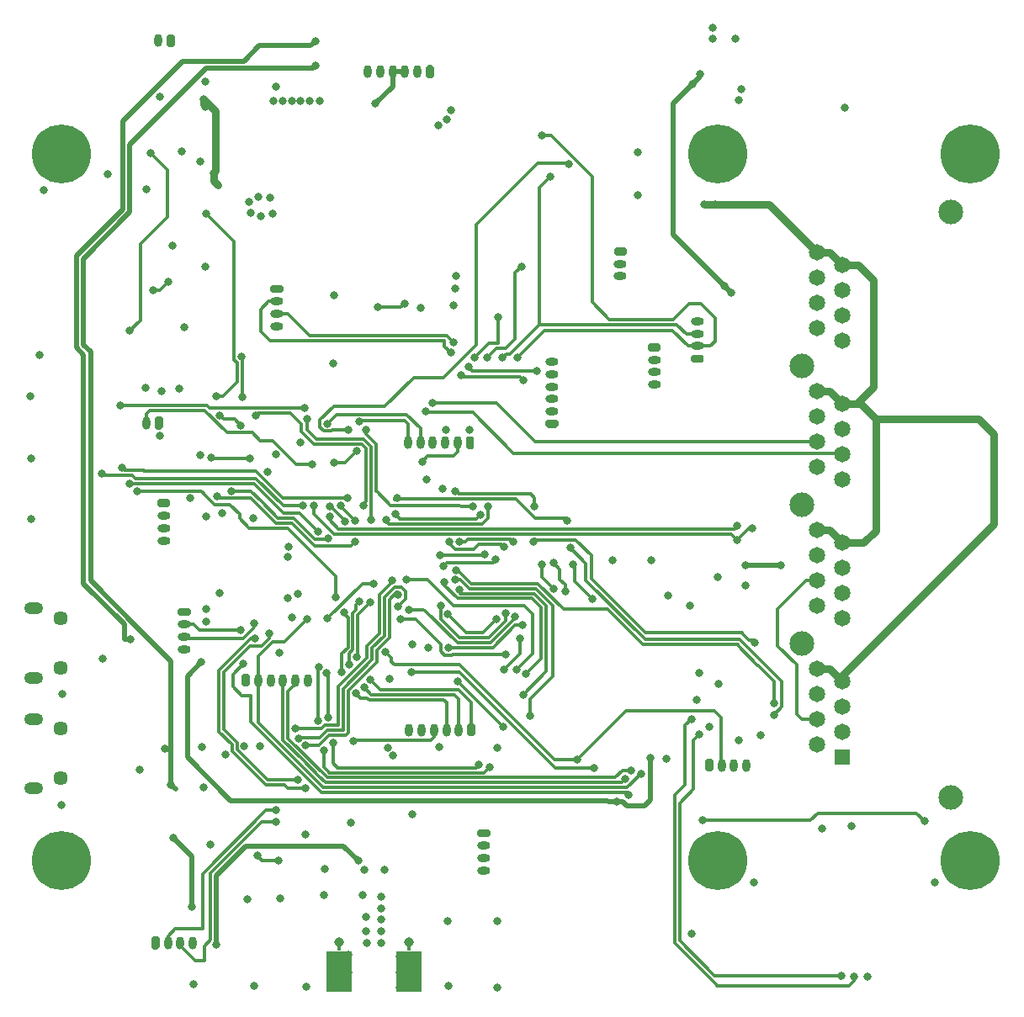
<source format=gbr>
G04 #@! TF.GenerationSoftware,KiCad,Pcbnew,(5.1.7)-1*
G04 #@! TF.CreationDate,2020-11-09T22:13:17+01:00*
G04 #@! TF.ProjectId,vario,76617269-6f2e-46b6-9963-61645f706362,v1.0*
G04 #@! TF.SameCoordinates,Original*
G04 #@! TF.FileFunction,Copper,L4,Bot*
G04 #@! TF.FilePolarity,Positive*
%FSLAX46Y46*%
G04 Gerber Fmt 4.6, Leading zero omitted, Abs format (unit mm)*
G04 Created by KiCad (PCBNEW (5.1.7)-1) date 2020-11-09 22:13:17*
%MOMM*%
%LPD*%
G01*
G04 APERTURE LIST*
G04 #@! TA.AperFunction,ComponentPad*
%ADD10C,5.940000*%
G04 #@! TD*
G04 #@! TA.AperFunction,ComponentPad*
%ADD11O,1.300000X0.800000*%
G04 #@! TD*
G04 #@! TA.AperFunction,ComponentPad*
%ADD12O,0.800000X1.300000*%
G04 #@! TD*
G04 #@! TA.AperFunction,SMDPad,CuDef*
%ADD13R,0.460000X0.890000*%
G04 #@! TD*
G04 #@! TA.AperFunction,ComponentPad*
%ADD14C,0.970000*%
G04 #@! TD*
G04 #@! TA.AperFunction,SMDPad,CuDef*
%ADD15R,2.665000X4.190000*%
G04 #@! TD*
G04 #@! TA.AperFunction,ComponentPad*
%ADD16O,1.900000X1.200000*%
G04 #@! TD*
G04 #@! TA.AperFunction,ComponentPad*
%ADD17C,1.450000*%
G04 #@! TD*
G04 #@! TA.AperFunction,ComponentPad*
%ADD18R,1.650000X1.650000*%
G04 #@! TD*
G04 #@! TA.AperFunction,ComponentPad*
%ADD19C,1.650000*%
G04 #@! TD*
G04 #@! TA.AperFunction,ComponentPad*
%ADD20C,2.475000*%
G04 #@! TD*
G04 #@! TA.AperFunction,ViaPad*
%ADD21C,0.800000*%
G04 #@! TD*
G04 #@! TA.AperFunction,Conductor*
%ADD22C,0.300000*%
G04 #@! TD*
G04 #@! TA.AperFunction,Conductor*
%ADD23C,0.750000*%
G04 #@! TD*
G04 #@! TA.AperFunction,Conductor*
%ADD24C,0.500000*%
G04 #@! TD*
G04 #@! TA.AperFunction,Conductor*
%ADD25C,0.261120*%
G04 #@! TD*
G04 APERTURE END LIST*
D10*
X200220000Y-119570000D03*
X200220000Y-48480000D03*
X134180000Y-119570000D03*
X225620000Y-119570000D03*
X225620000Y-48450000D03*
X134180000Y-48480000D03*
G04 #@! TA.AperFunction,ComponentPad*
G36*
G01*
X183940000Y-76050000D02*
X183040000Y-76050000D01*
G75*
G02*
X182840000Y-75850000I0J200000D01*
G01*
X182840000Y-75450000D01*
G75*
G02*
X183040000Y-75250000I200000J0D01*
G01*
X183940000Y-75250000D01*
G75*
G02*
X184140000Y-75450000I0J-200000D01*
G01*
X184140000Y-75850000D01*
G75*
G02*
X183940000Y-76050000I-200000J0D01*
G01*
G37*
G04 #@! TD.AperFunction*
D11*
X183490000Y-74400000D03*
X183490000Y-73150000D03*
X183490000Y-71900000D03*
X183490000Y-70650000D03*
X183490000Y-69400000D03*
D12*
X142702000Y-75570000D03*
G04 #@! TA.AperFunction,ComponentPad*
G36*
G01*
X144352000Y-75120000D02*
X144352000Y-76020000D01*
G75*
G02*
X144152000Y-76220000I-200000J0D01*
G01*
X143752000Y-76220000D01*
G75*
G02*
X143552000Y-76020000I0J200000D01*
G01*
X143552000Y-75120000D01*
G75*
G02*
X143752000Y-74920000I200000J0D01*
G01*
X144152000Y-74920000D01*
G75*
G02*
X144352000Y-75120000I0J-200000D01*
G01*
G37*
G04 #@! TD.AperFunction*
G04 #@! TA.AperFunction,ComponentPad*
G36*
G01*
X152290000Y-101900000D02*
X152290000Y-101000000D01*
G75*
G02*
X152490000Y-100800000I200000J0D01*
G01*
X152890000Y-100800000D01*
G75*
G02*
X153090000Y-101000000I0J-200000D01*
G01*
X153090000Y-101900000D01*
G75*
G02*
X152890000Y-102100000I-200000J0D01*
G01*
X152490000Y-102100000D01*
G75*
G02*
X152290000Y-101900000I0J200000D01*
G01*
G37*
G04 #@! TD.AperFunction*
X153940000Y-101450000D03*
X155190000Y-101450000D03*
X156440000Y-101450000D03*
X157690000Y-101450000D03*
X158940000Y-101450000D03*
G04 #@! TA.AperFunction,ComponentPad*
G36*
G01*
X143210000Y-128340000D02*
X143210000Y-127440000D01*
G75*
G02*
X143410000Y-127240000I200000J0D01*
G01*
X143810000Y-127240000D01*
G75*
G02*
X144010000Y-127440000I0J-200000D01*
G01*
X144010000Y-128340000D01*
G75*
G02*
X143810000Y-128540000I-200000J0D01*
G01*
X143410000Y-128540000D01*
G75*
G02*
X143210000Y-128340000I0J200000D01*
G01*
G37*
G04 #@! TD.AperFunction*
X144860000Y-127890000D03*
X146110000Y-127890000D03*
X147360000Y-127890000D03*
G04 #@! TA.AperFunction,ComponentPad*
G36*
G01*
X155370000Y-61670000D02*
X156270000Y-61670000D01*
G75*
G02*
X156470000Y-61870000I0J-200000D01*
G01*
X156470000Y-62270000D01*
G75*
G02*
X156270000Y-62470000I-200000J0D01*
G01*
X155370000Y-62470000D01*
G75*
G02*
X155170000Y-62270000I0J200000D01*
G01*
X155170000Y-61870000D01*
G75*
G02*
X155370000Y-61670000I200000J0D01*
G01*
G37*
G04 #@! TD.AperFunction*
D11*
X155820000Y-63320000D03*
X155820000Y-64570000D03*
X155820000Y-65820000D03*
G04 #@! TA.AperFunction,ComponentPad*
G36*
G01*
X145560000Y-36630000D02*
X145560000Y-37530000D01*
G75*
G02*
X145360000Y-37730000I-200000J0D01*
G01*
X144960000Y-37730000D01*
G75*
G02*
X144760000Y-37530000I0J200000D01*
G01*
X144760000Y-36630000D01*
G75*
G02*
X144960000Y-36430000I200000J0D01*
G01*
X145360000Y-36430000D01*
G75*
G02*
X145560000Y-36630000I0J-200000D01*
G01*
G37*
G04 #@! TD.AperFunction*
D12*
X143910000Y-37080000D03*
D11*
X176640000Y-120600000D03*
X176640000Y-119350000D03*
X176640000Y-118100000D03*
G04 #@! TA.AperFunction,ComponentPad*
G36*
G01*
X176190000Y-116450000D02*
X177090000Y-116450000D01*
G75*
G02*
X177290000Y-116650000I0J-200000D01*
G01*
X177290000Y-117050000D01*
G75*
G02*
X177090000Y-117250000I-200000J0D01*
G01*
X176190000Y-117250000D01*
G75*
G02*
X175990000Y-117050000I0J200000D01*
G01*
X175990000Y-116650000D01*
G75*
G02*
X176190000Y-116450000I200000J0D01*
G01*
G37*
G04 #@! TD.AperFunction*
G04 #@! TA.AperFunction,ComponentPad*
G36*
G01*
X146050000Y-94200000D02*
X146950000Y-94200000D01*
G75*
G02*
X147150000Y-94400000I0J-200000D01*
G01*
X147150000Y-94800000D01*
G75*
G02*
X146950000Y-95000000I-200000J0D01*
G01*
X146050000Y-95000000D01*
G75*
G02*
X145850000Y-94800000I0J200000D01*
G01*
X145850000Y-94400000D01*
G75*
G02*
X146050000Y-94200000I200000J0D01*
G01*
G37*
G04 #@! TD.AperFunction*
X146500000Y-95850000D03*
X146500000Y-97100000D03*
X146500000Y-98350000D03*
X193810000Y-71700000D03*
X193810000Y-70450000D03*
X193810000Y-69200000D03*
G04 #@! TA.AperFunction,ComponentPad*
G36*
G01*
X193360000Y-67550000D02*
X194260000Y-67550000D01*
G75*
G02*
X194460000Y-67750000I0J-200000D01*
G01*
X194460000Y-68150000D01*
G75*
G02*
X194260000Y-68350000I-200000J0D01*
G01*
X193360000Y-68350000D01*
G75*
G02*
X193160000Y-68150000I0J200000D01*
G01*
X193160000Y-67750000D01*
G75*
G02*
X193360000Y-67550000I200000J0D01*
G01*
G37*
G04 #@! TD.AperFunction*
G04 #@! TA.AperFunction,ComponentPad*
G36*
G01*
X189940000Y-57890000D02*
X190840000Y-57890000D01*
G75*
G02*
X191040000Y-58090000I0J-200000D01*
G01*
X191040000Y-58490000D01*
G75*
G02*
X190840000Y-58690000I-200000J0D01*
G01*
X189940000Y-58690000D01*
G75*
G02*
X189740000Y-58490000I0J200000D01*
G01*
X189740000Y-58090000D01*
G75*
G02*
X189940000Y-57890000I200000J0D01*
G01*
G37*
G04 #@! TD.AperFunction*
X190390000Y-59540000D03*
X190390000Y-60790000D03*
G04 #@! TA.AperFunction,ComponentPad*
G36*
G01*
X198580000Y-69480000D02*
X197680000Y-69480000D01*
G75*
G02*
X197480000Y-69280000I0J200000D01*
G01*
X197480000Y-68880000D01*
G75*
G02*
X197680000Y-68680000I200000J0D01*
G01*
X198580000Y-68680000D01*
G75*
G02*
X198780000Y-68880000I0J-200000D01*
G01*
X198780000Y-69280000D01*
G75*
G02*
X198580000Y-69480000I-200000J0D01*
G01*
G37*
G04 #@! TD.AperFunction*
X198130000Y-67830000D03*
X198130000Y-66580000D03*
X198130000Y-65330000D03*
D12*
X169130000Y-106440000D03*
X170380000Y-106440000D03*
X171630000Y-106440000D03*
X172880000Y-106440000D03*
X174130000Y-106440000D03*
G04 #@! TA.AperFunction,ComponentPad*
G36*
G01*
X175780000Y-105990000D02*
X175780000Y-106890000D01*
G75*
G02*
X175580000Y-107090000I-200000J0D01*
G01*
X175180000Y-107090000D01*
G75*
G02*
X174980000Y-106890000I0J200000D01*
G01*
X174980000Y-105990000D01*
G75*
G02*
X175180000Y-105790000I200000J0D01*
G01*
X175580000Y-105790000D01*
G75*
G02*
X175780000Y-105990000I0J-200000D01*
G01*
G37*
G04 #@! TD.AperFunction*
X164970000Y-40200000D03*
X166220000Y-40200000D03*
X167470000Y-40200000D03*
X168720000Y-40200000D03*
X169970000Y-40200000D03*
G04 #@! TA.AperFunction,ComponentPad*
G36*
G01*
X171620000Y-39750000D02*
X171620000Y-40650000D01*
G75*
G02*
X171420000Y-40850000I-200000J0D01*
G01*
X171020000Y-40850000D01*
G75*
G02*
X170820000Y-40650000I0J200000D01*
G01*
X170820000Y-39750000D01*
G75*
G02*
X171020000Y-39550000I200000J0D01*
G01*
X171420000Y-39550000D01*
G75*
G02*
X171620000Y-39750000I0J-200000D01*
G01*
G37*
G04 #@! TD.AperFunction*
X203070000Y-110000000D03*
X201820000Y-110000000D03*
X200570000Y-110000000D03*
G04 #@! TA.AperFunction,ComponentPad*
G36*
G01*
X198920000Y-110450000D02*
X198920000Y-109550000D01*
G75*
G02*
X199120000Y-109350000I200000J0D01*
G01*
X199520000Y-109350000D01*
G75*
G02*
X199720000Y-109550000I0J-200000D01*
G01*
X199720000Y-110450000D01*
G75*
G02*
X199520000Y-110650000I-200000J0D01*
G01*
X199120000Y-110650000D01*
G75*
G02*
X198920000Y-110450000I0J200000D01*
G01*
G37*
G04 #@! TD.AperFunction*
D11*
X144440000Y-87390000D03*
X144440000Y-86140000D03*
X144440000Y-84890000D03*
G04 #@! TA.AperFunction,ComponentPad*
G36*
G01*
X143990000Y-83240000D02*
X144890000Y-83240000D01*
G75*
G02*
X145090000Y-83440000I0J-200000D01*
G01*
X145090000Y-83840000D01*
G75*
G02*
X144890000Y-84040000I-200000J0D01*
G01*
X143990000Y-84040000D01*
G75*
G02*
X143790000Y-83840000I0J200000D01*
G01*
X143790000Y-83440000D01*
G75*
G02*
X143990000Y-83240000I200000J0D01*
G01*
G37*
G04 #@! TD.AperFunction*
G04 #@! TA.AperFunction,ComponentPad*
G36*
G01*
X175660000Y-77100000D02*
X175660000Y-78000000D01*
G75*
G02*
X175460000Y-78200000I-200000J0D01*
G01*
X175060000Y-78200000D01*
G75*
G02*
X174860000Y-78000000I0J200000D01*
G01*
X174860000Y-77100000D01*
G75*
G02*
X175060000Y-76900000I200000J0D01*
G01*
X175460000Y-76900000D01*
G75*
G02*
X175660000Y-77100000I0J-200000D01*
G01*
G37*
G04 #@! TD.AperFunction*
D12*
X174010000Y-77550000D03*
X172760000Y-77550000D03*
X171510000Y-77550000D03*
X170260000Y-77550000D03*
X169010000Y-77550000D03*
D13*
X169072500Y-128280000D03*
D14*
X169072500Y-127835000D03*
D15*
X162087500Y-130820000D03*
X169072500Y-130820000D03*
D14*
X162087500Y-127835000D03*
D13*
X162087500Y-128280000D03*
D16*
X131372500Y-112340000D03*
X131372500Y-105340000D03*
D17*
X134072500Y-111340000D03*
X134072500Y-106340000D03*
X134062500Y-95210000D03*
X134062500Y-100210000D03*
D16*
X131362500Y-94210000D03*
X131362500Y-101210000D03*
D18*
X212730000Y-109200000D03*
D19*
X210190000Y-107930000D03*
X212730000Y-106660000D03*
X210190000Y-105390000D03*
X212730000Y-104120000D03*
X210190000Y-102850000D03*
X212730000Y-101580000D03*
X210190000Y-100310000D03*
X212730000Y-95230000D03*
X210190000Y-93960000D03*
X212730000Y-92690000D03*
X210190000Y-91420000D03*
X212730000Y-90150000D03*
X210190000Y-88880000D03*
X212730000Y-87610000D03*
X210190000Y-86340000D03*
X212730000Y-81260000D03*
X210190000Y-79990000D03*
X212730000Y-78720000D03*
X210190000Y-77450000D03*
X212730000Y-76180000D03*
X210190000Y-74910000D03*
X212730000Y-73640000D03*
X210190000Y-72370000D03*
X212730000Y-67290000D03*
X210190000Y-66020000D03*
X212730000Y-64750000D03*
X210190000Y-63480000D03*
X212730000Y-62210000D03*
X210190000Y-60940000D03*
X212730000Y-59670000D03*
X210190000Y-58400000D03*
D20*
X223650000Y-113260000D03*
X208670000Y-97770000D03*
X208670000Y-83800000D03*
X208670000Y-69830000D03*
X223650000Y-54340000D03*
D21*
X156120000Y-123420000D03*
X152880000Y-123480000D03*
X162960000Y-132380000D03*
X162970000Y-130830000D03*
X162990000Y-129120000D03*
X168160000Y-132390000D03*
X168160000Y-130900000D03*
X168170000Y-129220000D03*
X156050000Y-98690000D03*
X171040000Y-98170000D03*
X172530000Y-82210000D03*
X152550000Y-108050000D03*
X169450000Y-114990000D03*
X161560000Y-62670000D03*
X161450000Y-69560000D03*
X144230000Y-72360000D03*
X145990000Y-72080000D03*
X172800000Y-76280000D03*
X155699668Y-78740332D03*
X167530000Y-109060000D03*
X167020000Y-108280000D03*
X148100000Y-78800000D03*
X164630000Y-120510000D03*
X166673900Y-120536100D03*
X164490000Y-123060000D03*
X166340000Y-123230000D03*
X166340000Y-124470000D03*
X164820000Y-125310000D03*
X166350000Y-125520000D03*
X164810000Y-126720000D03*
X166320000Y-126740000D03*
X164840000Y-127940000D03*
X166320000Y-127940000D03*
X173050000Y-132260000D03*
X178020000Y-132350000D03*
X178030000Y-125700000D03*
X158740000Y-132280000D03*
X153560000Y-132220000D03*
X147420000Y-132070000D03*
X148280000Y-108190000D03*
X178020000Y-108300000D03*
X172120000Y-108180000D03*
X160580000Y-123100000D03*
X160640000Y-120420000D03*
X142590000Y-72020000D03*
X153030000Y-53290000D03*
X153170000Y-54380000D03*
X153980000Y-52810000D03*
X154190000Y-54780000D03*
X155380000Y-54520000D03*
X155100000Y-52900000D03*
X144010000Y-42690000D03*
X146225000Y-48265000D03*
X148150000Y-49230000D03*
X155700000Y-41700000D03*
X173300000Y-44100000D03*
X172900000Y-45000000D03*
X170300000Y-64000000D03*
X172110000Y-45610000D03*
X156875874Y-93192628D03*
X150050000Y-92640000D03*
X156990331Y-88049669D03*
X150275267Y-84610946D03*
X148690000Y-95520000D03*
X148700000Y-84940000D03*
X201930000Y-36870000D03*
X173870000Y-60790000D03*
X189600000Y-89380000D03*
X148610000Y-41190000D03*
X203000000Y-91920000D03*
X200160000Y-91040000D03*
X195220000Y-92970000D03*
X197590000Y-126970000D03*
X198280000Y-100700000D03*
X199680000Y-36860000D03*
X199700000Y-35810000D03*
X202590000Y-41930000D03*
X202300000Y-43100000D03*
X132400000Y-52140000D03*
X142720000Y-52080000D03*
X131940000Y-68700000D03*
X146540000Y-65950000D03*
X145320000Y-57720000D03*
X192120000Y-48280000D03*
X134220000Y-102880000D03*
X134170000Y-114050000D03*
X142040000Y-110500000D03*
X138297888Y-99287888D03*
X149150000Y-118000000D03*
X148460000Y-112250000D03*
X163300000Y-115820000D03*
X158730000Y-116960000D03*
X172960000Y-125660000D03*
X195020000Y-109340000D03*
X199340000Y-106170000D03*
X202280000Y-107530000D03*
X204470000Y-106960000D03*
X222010000Y-121820000D03*
X210670000Y-116390000D03*
X203788019Y-121841894D03*
X215220000Y-131310000D03*
X198030000Y-103400000D03*
X131030000Y-72850000D03*
X131080000Y-79170000D03*
X131100000Y-85240000D03*
X200240000Y-101860000D03*
X154160000Y-108110000D03*
X157360000Y-95160000D03*
X170890000Y-81220000D03*
X167170000Y-101290000D03*
X169440000Y-97860000D03*
X158190000Y-77550000D03*
X144010000Y-76820000D03*
X175240000Y-76270000D03*
X173620000Y-63710000D03*
X154870000Y-80500000D03*
X160100000Y-43190000D03*
X159150000Y-43190000D03*
X158220000Y-43190000D03*
X157330000Y-43190000D03*
X156410000Y-43190000D03*
X155490000Y-43190000D03*
X212990000Y-43840000D03*
X157890000Y-92780000D03*
X153456342Y-85119716D03*
X156910000Y-89050000D03*
X147120000Y-83150000D03*
X173730000Y-62050000D03*
X193460000Y-89390000D03*
X148655000Y-59825000D03*
X138830000Y-50520000D03*
X192120000Y-52670000D03*
X150617660Y-108928444D03*
X197350000Y-93950500D03*
X213630000Y-116110000D03*
X160920000Y-75630000D03*
X153110000Y-79100000D03*
X149230000Y-79040000D03*
X149430000Y-50460000D03*
X148470000Y-42940000D03*
X149860000Y-51640000D03*
X148630000Y-43760000D03*
X148720000Y-94310000D03*
X193370000Y-109260000D03*
X201550000Y-62470000D03*
X198380000Y-40480000D03*
X197635000Y-41425000D03*
X200865000Y-61785000D03*
X202960000Y-89870000D03*
X206490000Y-89890000D03*
X190010000Y-113640000D03*
X148230000Y-99640000D03*
X140960000Y-81650000D03*
X159980000Y-86490000D03*
X143080000Y-48360000D03*
X141020000Y-66300000D03*
X165720000Y-43440000D03*
X165976500Y-63897500D03*
X168643500Y-63516500D03*
X159680000Y-37140000D03*
X141080000Y-97360000D03*
X145160000Y-111960000D03*
X159700000Y-39620000D03*
X144576377Y-108370455D03*
X158570000Y-74030000D03*
X140040000Y-73780000D03*
X158470000Y-83900000D03*
X138210000Y-80640000D03*
X162960000Y-83150000D03*
X140200000Y-80050000D03*
X159400000Y-79760000D03*
X199940000Y-53570000D03*
X198840000Y-53570000D03*
X171459249Y-73510751D03*
X170818500Y-74390000D03*
X158890000Y-95280000D03*
X192455331Y-110874669D03*
X152460331Y-99830331D03*
X191237116Y-112991137D03*
X190834674Y-111434664D03*
X191440000Y-110520000D03*
X168040000Y-94000000D03*
X155770000Y-114560000D03*
X157996708Y-107301807D03*
X167990000Y-92830000D03*
X155760000Y-115690000D03*
X158703816Y-108008914D03*
X178649846Y-87990010D03*
X173135331Y-87494669D03*
X173300000Y-68500000D03*
X174207288Y-87490000D03*
X179619989Y-87490000D03*
X173588062Y-67477500D03*
X173050000Y-98170000D03*
X180570000Y-95920000D03*
X185630000Y-89820000D03*
X187555000Y-93265000D03*
X173040000Y-94834164D03*
X177932891Y-95322207D03*
X169080000Y-94360000D03*
X179810000Y-95030000D03*
X183640000Y-89650000D03*
X184891307Y-92488050D03*
X172290000Y-93920000D03*
X178862581Y-94710000D03*
X182490001Y-89770001D03*
X183696011Y-92263989D03*
X161460331Y-107729980D03*
X158660000Y-112350000D03*
X176170000Y-109990000D03*
X153640000Y-97260000D03*
X180620000Y-71230000D03*
X174370000Y-70760000D03*
X157890000Y-111510000D03*
X160580000Y-108550000D03*
X177210000Y-110210000D03*
X155050000Y-96710000D03*
X175080000Y-69900000D03*
X182010000Y-70310000D03*
X152190000Y-96371247D03*
X153550000Y-95730000D03*
X161110000Y-85000000D03*
X202140000Y-85930000D03*
X198300000Y-106920000D03*
X212640000Y-131240000D03*
X159530000Y-83875597D03*
X202110000Y-87330000D03*
X203620000Y-86120000D03*
X197560000Y-105340000D03*
X213930000Y-131310000D03*
X172580000Y-89960000D03*
X177850000Y-89310000D03*
X179991103Y-68981113D03*
X182510000Y-46600000D03*
X172220000Y-88860000D03*
X176740000Y-88750000D03*
X178520000Y-68977500D03*
X183330000Y-50750000D03*
X160810000Y-100730000D03*
X160950000Y-105229959D03*
X160030132Y-100104053D03*
X159990000Y-105520000D03*
X163530000Y-107570000D03*
X162620331Y-94590331D03*
X162330000Y-100623219D03*
X163772037Y-102788624D03*
X164075526Y-93556188D03*
X163080000Y-99837152D03*
X164581053Y-102200835D03*
X165230000Y-93650000D03*
X163830000Y-99130000D03*
X165230000Y-101440000D03*
X169390000Y-100650000D03*
X187751500Y-110291500D03*
X166772931Y-98647945D03*
X186050000Y-109480000D03*
X162210000Y-83875597D03*
X163690000Y-85440000D03*
X163700000Y-87490000D03*
X149809825Y-82920175D03*
X161121235Y-84000061D03*
X162638083Y-85489990D03*
X160954224Y-87184886D03*
X151230000Y-82400000D03*
X170468025Y-79431313D03*
X164118989Y-75450040D03*
X152190000Y-75800000D03*
X150091500Y-74780000D03*
X149741498Y-72910000D03*
X148740000Y-54510000D03*
X164550000Y-83900000D03*
X153710000Y-74780000D03*
X152331109Y-72958891D03*
X152270000Y-68850000D03*
X143379980Y-62230000D03*
X144879980Y-61360000D03*
X165300000Y-85290000D03*
X158827199Y-75127858D03*
X164020000Y-119630000D03*
X149750000Y-128100000D03*
X161750000Y-93090000D03*
X141766082Y-82400000D03*
X180910000Y-100800000D03*
X172700000Y-91590000D03*
X174207288Y-92340000D03*
X180579980Y-102900000D03*
X173750000Y-91350000D03*
X181320000Y-105080000D03*
X198628000Y-115570000D03*
X220980000Y-115640000D03*
X181620000Y-87490000D03*
X161540000Y-79532954D03*
X163820000Y-78410010D03*
X164780000Y-76250000D03*
X181740000Y-83989960D03*
X173775331Y-82394669D03*
X175530000Y-83949999D03*
X203930000Y-97640000D03*
X179920000Y-100407500D03*
X168820000Y-91340000D03*
X166800001Y-85280000D03*
X180430000Y-59790000D03*
X177100000Y-83949999D03*
X176960000Y-68990000D03*
X167730000Y-84760000D03*
X178070000Y-64890000D03*
X176320000Y-84780000D03*
X175740000Y-68977500D03*
X167386190Y-91370733D03*
X155990000Y-119570000D03*
X157690010Y-106350000D03*
X153870000Y-119120000D03*
X163040000Y-76270000D03*
X185210000Y-49530000D03*
X160900000Y-95250000D03*
X165580000Y-91720000D03*
X168239998Y-95310000D03*
X178840000Y-98820000D03*
X180260000Y-97250000D03*
X178670000Y-100407500D03*
X178579970Y-106160000D03*
X174014258Y-101574258D03*
X173855294Y-90355557D03*
X205890000Y-103760000D03*
X167890000Y-83090000D03*
X185330000Y-88120000D03*
X185060000Y-85360000D03*
X205820000Y-104970000D03*
X147290000Y-124240000D03*
X145400000Y-117330000D03*
D22*
X172760000Y-76320000D02*
X172800000Y-76280000D01*
X161849961Y-74700039D02*
X168880039Y-74700039D01*
X160920000Y-75630000D02*
X161849961Y-74700039D01*
X170260000Y-76080000D02*
X170260000Y-77550000D01*
X168880039Y-74700039D02*
X170260000Y-76080000D01*
X149290000Y-79100000D02*
X149230000Y-79040000D01*
X153110000Y-79100000D02*
X149290000Y-79100000D01*
D23*
X149430000Y-50460000D02*
X149670000Y-50220000D01*
X149670000Y-44140000D02*
X148470000Y-42940000D01*
X149670000Y-50220000D02*
X149670000Y-44140000D01*
X149430000Y-51210000D02*
X149860000Y-51640000D01*
X149430000Y-50460000D02*
X149430000Y-51210000D01*
X148470000Y-43530000D02*
X148620000Y-43680000D01*
X148470000Y-42940000D02*
X148470000Y-43530000D01*
D24*
X195680000Y-56600000D02*
X195680000Y-43380000D01*
X198380000Y-40680000D02*
X198380000Y-40480000D01*
X197635000Y-41425000D02*
X198380000Y-40680000D01*
X195680000Y-43380000D02*
X197635000Y-41425000D01*
X200865000Y-61785000D02*
X195680000Y-56600000D01*
X201550000Y-62470000D02*
X200865000Y-61785000D01*
X206470000Y-89870000D02*
X206490000Y-89890000D01*
X202960000Y-89870000D02*
X206470000Y-89870000D01*
X192799999Y-114070001D02*
X193389001Y-113480999D01*
X193389001Y-109279001D02*
X193370000Y-109260000D01*
X191011999Y-114070001D02*
X192799999Y-114070001D01*
X190581998Y-113640000D02*
X191011999Y-114070001D01*
X193389001Y-113480999D02*
X193389001Y-109279001D01*
X151180000Y-113610000D02*
X189120000Y-113610000D01*
X146800000Y-102540000D02*
X146800000Y-109230000D01*
X189120000Y-113610000D02*
X189150000Y-113640000D01*
X146800000Y-109230000D02*
X151180000Y-113610000D01*
X190010000Y-113640000D02*
X190581998Y-113640000D01*
X189150000Y-113640000D02*
X190010000Y-113640000D01*
X146800000Y-101070000D02*
X148230000Y-99640000D01*
X146800000Y-102540000D02*
X146800000Y-101070000D01*
D22*
X144690000Y-81650000D02*
X140960000Y-81650000D01*
X144834309Y-81650000D02*
X144690000Y-81650000D01*
X159980000Y-86490000D02*
X158115627Y-84625627D01*
X158115627Y-84625627D02*
X156471385Y-84625627D01*
X153495758Y-81650000D02*
X144690000Y-81650000D01*
X156471385Y-84625627D02*
X153495758Y-81650000D01*
X144780000Y-50060000D02*
X143080000Y-48360000D01*
X144780000Y-54870000D02*
X144780000Y-50060000D01*
X142110000Y-65210000D02*
X142110000Y-57540000D01*
X142110000Y-57540000D02*
X144780000Y-54870000D01*
X141020000Y-66300000D02*
X142110000Y-65210000D01*
D24*
X168720000Y-40200000D02*
X167470000Y-40200000D01*
X167470000Y-41690000D02*
X167470000Y-40200000D01*
X165720000Y-43440000D02*
X167470000Y-41690000D01*
D22*
X168262500Y-63897500D02*
X168643500Y-63516500D01*
X165976500Y-63897500D02*
X168262500Y-63897500D01*
D24*
X154030000Y-37600000D02*
X159220000Y-37600000D01*
X135629992Y-58740046D02*
X140299990Y-54070048D01*
X159220000Y-37600000D02*
X159680000Y-37140000D01*
X135629992Y-67959954D02*
X135629992Y-58740046D01*
X136379999Y-68709961D02*
X135629992Y-67959954D01*
X136379999Y-91719999D02*
X136379999Y-68709961D01*
X152500010Y-39129990D02*
X154030000Y-37600000D01*
X140481838Y-95821838D02*
X136379999Y-91719999D01*
X140481838Y-97360000D02*
X140481838Y-95821838D01*
X141080000Y-97360000D02*
X140481838Y-97360000D01*
X146312008Y-39129990D02*
X152500010Y-39129990D01*
X140299990Y-45142008D02*
X146312008Y-39129990D01*
X140299990Y-54070048D02*
X140299990Y-45142008D01*
X145631838Y-112431838D02*
X145160000Y-111960000D01*
X144615922Y-108410000D02*
X145160000Y-108410000D01*
X144576377Y-108370455D02*
X144615922Y-108410000D01*
X145160000Y-108410000D02*
X145160000Y-111960000D01*
X159490000Y-39830000D02*
X159700000Y-39620000D01*
X148730000Y-39830000D02*
X159490000Y-39830000D01*
X141000000Y-54360000D02*
X141000000Y-47560000D01*
X141000000Y-47560000D02*
X148730000Y-39830000D01*
X136330000Y-67670000D02*
X136330000Y-59030000D01*
X137080009Y-68420008D02*
X136330000Y-67670000D01*
X141930001Y-96280039D02*
X137080009Y-91430047D01*
X137080009Y-91430047D02*
X137080009Y-68420008D01*
X141930001Y-96310001D02*
X141930001Y-96280039D01*
X145160000Y-99540000D02*
X141930001Y-96310001D01*
X136330000Y-59030000D02*
X141000000Y-54360000D01*
X145160000Y-108410000D02*
X145160000Y-99540000D01*
D22*
X158570000Y-74030000D02*
X149050002Y-74030000D01*
X148819992Y-73799990D02*
X140059990Y-73799990D01*
X140059990Y-73799990D02*
X140040000Y-73780000D01*
X149050002Y-74030000D02*
X148819992Y-73799990D01*
X141280002Y-80860000D02*
X139813664Y-80860000D01*
X153702868Y-81149990D02*
X141569992Y-81149990D01*
X156452878Y-83900000D02*
X153702868Y-81149990D01*
X141569992Y-81149990D02*
X141280002Y-80860000D01*
X158470000Y-83900000D02*
X156452878Y-83900000D01*
X138430000Y-80860000D02*
X138210000Y-80640000D01*
X139813664Y-80860000D02*
X138430000Y-80860000D01*
X162935597Y-83125597D02*
X156745597Y-83125597D01*
X162960000Y-83150000D02*
X162935597Y-83125597D01*
X153659998Y-80400000D02*
X142460000Y-80400000D01*
X156385595Y-83125597D02*
X153659998Y-80400000D01*
X156745597Y-83125597D02*
X156385595Y-83125597D01*
X140509990Y-80359990D02*
X140200000Y-80050000D01*
X142419990Y-80359990D02*
X140509990Y-80359990D01*
X142460000Y-80400000D02*
X142419990Y-80359990D01*
X157779998Y-79760000D02*
X155399997Y-77379999D01*
X159400000Y-79760000D02*
X157779998Y-79760000D01*
X153330001Y-76550001D02*
X150790001Y-76550001D01*
X154159999Y-77379999D02*
X153330001Y-76550001D01*
X155399997Y-77379999D02*
X154159999Y-77379999D01*
X150790001Y-76550001D02*
X148540000Y-74300000D01*
X148540000Y-74300000D02*
X143060000Y-74300000D01*
X142702000Y-74658000D02*
X142702000Y-75570000D01*
X143060000Y-74300000D02*
X142702000Y-74658000D01*
D23*
X205360000Y-53570000D02*
X210190000Y-58400000D01*
X199940000Y-53570000D02*
X205360000Y-53570000D01*
X211460000Y-58400000D02*
X212730000Y-59670000D01*
X210190000Y-58400000D02*
X211460000Y-58400000D01*
D24*
X212730000Y-59670000D02*
X213320000Y-59670000D01*
D23*
X212730000Y-59670000D02*
X214300000Y-59670000D01*
X214300000Y-59670000D02*
X215850000Y-61220000D01*
X215850000Y-61220000D02*
X215850000Y-71970000D01*
X214180000Y-73640000D02*
X212730000Y-73640000D01*
X215850000Y-71970000D02*
X214180000Y-73640000D01*
X211460000Y-72370000D02*
X212730000Y-73640000D01*
X210190000Y-72370000D02*
X211460000Y-72370000D01*
X214180000Y-73640000D02*
X214580000Y-73640000D01*
X214580000Y-73640000D02*
X216070000Y-75130000D01*
X216070000Y-75130000D02*
X216070000Y-86390000D01*
X214850000Y-87610000D02*
X212730000Y-87610000D01*
X216070000Y-86390000D02*
X214850000Y-87610000D01*
X211460000Y-86340000D02*
X212730000Y-87610000D01*
X210190000Y-86340000D02*
X211460000Y-86340000D01*
X211460000Y-100310000D02*
X212730000Y-101580000D01*
X210190000Y-100310000D02*
X211460000Y-100310000D01*
X217410000Y-75130000D02*
X216070000Y-75130000D01*
X212730000Y-100950000D02*
X227980000Y-85700000D01*
X212730000Y-101580000D02*
X212730000Y-100950000D01*
X199940000Y-53570000D02*
X198840000Y-53570000D01*
X227980000Y-85700000D02*
X227980000Y-76660000D01*
X226450000Y-75130000D02*
X217410000Y-75130000D01*
X227980000Y-76660000D02*
X226450000Y-75130000D01*
D22*
X210190000Y-91420000D02*
X209100000Y-91420000D01*
X209100000Y-91420000D02*
X206230000Y-94290000D01*
X206230000Y-94290000D02*
X206230000Y-98010000D01*
X206230000Y-98010000D02*
X208130000Y-99910000D01*
X208130000Y-99910000D02*
X208130000Y-104890000D01*
X208630000Y-105390000D02*
X210190000Y-105390000D01*
X208130000Y-104890000D02*
X208630000Y-105390000D01*
X181820000Y-77450000D02*
X210190000Y-77450000D01*
X177880751Y-73510751D02*
X181820000Y-77450000D01*
X171459249Y-73510751D02*
X177880751Y-73510751D01*
X170948500Y-74520000D02*
X170818500Y-74390000D01*
X175530000Y-74520000D02*
X170948500Y-74520000D01*
X212635001Y-78625001D02*
X212730000Y-78720000D01*
X179635001Y-78625001D02*
X212635001Y-78625001D01*
X175530000Y-74520000D02*
X179635001Y-78625001D01*
X158890000Y-95280000D02*
X156580000Y-97590000D01*
X156580000Y-97590000D02*
X155420000Y-97590000D01*
X153940000Y-99070000D02*
X153940000Y-101450000D01*
X155420000Y-97590000D02*
X153940000Y-99070000D01*
X153940000Y-105720000D02*
X153940000Y-101450000D01*
X159850000Y-111630000D02*
X153940000Y-105720000D01*
X159850000Y-111630000D02*
X160479990Y-112259990D01*
X160479990Y-112259990D02*
X161840000Y-112259990D01*
X161840000Y-112259990D02*
X187820000Y-112259990D01*
X187820000Y-112259990D02*
X188590008Y-112259990D01*
X191070010Y-112259990D02*
X192455331Y-110874669D01*
X188590008Y-112259990D02*
X191070010Y-112259990D01*
X188900000Y-112760000D02*
X160272880Y-112760000D01*
X153190000Y-105677120D02*
X153190000Y-103007288D01*
X160272880Y-112760000D02*
X153190000Y-105677120D01*
X153190000Y-103007288D02*
X152287288Y-103007288D01*
X152287288Y-103007288D02*
X151370000Y-102090000D01*
X151370000Y-100920662D02*
X152460331Y-99830331D01*
X151370000Y-102090000D02*
X151370000Y-100920662D01*
X188900000Y-112760000D02*
X189210000Y-112760000D01*
X189210000Y-112760000D02*
X190960000Y-112760000D01*
X191005979Y-112760000D02*
X191237116Y-112991137D01*
X190960000Y-112760000D02*
X191005979Y-112760000D01*
X156440000Y-107512880D02*
X158407120Y-109480000D01*
X156440000Y-101450000D02*
X156440000Y-107512880D01*
X158407120Y-109480000D02*
X160057112Y-111129992D01*
X160057112Y-111129992D02*
X160687100Y-111759980D01*
X160687100Y-111759980D02*
X188382898Y-111759980D01*
X188382898Y-111759980D02*
X190530000Y-111759980D01*
X190530000Y-111739338D02*
X190834674Y-111434664D01*
X190530000Y-111759980D02*
X190530000Y-111739338D01*
X157690000Y-101840000D02*
X157690000Y-101450000D01*
X156940010Y-107305770D02*
X156940010Y-102589990D01*
X188140030Y-111259970D02*
X160894210Y-111259970D01*
X156940010Y-102589990D02*
X157690000Y-101840000D01*
X160894210Y-111259970D02*
X156940010Y-107305770D01*
X188140030Y-111259970D02*
X189880030Y-111259970D01*
X190620000Y-110520000D02*
X191440000Y-110520000D01*
X189880030Y-111259970D02*
X190620000Y-110520000D01*
X168040000Y-94000000D02*
X168740001Y-93299999D01*
X166619990Y-96983764D02*
X165399990Y-98203764D01*
X168740001Y-93299999D02*
X168740001Y-92469999D01*
X158068515Y-107230000D02*
X157996708Y-107301807D01*
X168740001Y-92469999D02*
X168350001Y-92079999D01*
X160862911Y-106479969D02*
X160112880Y-107230000D01*
X168350001Y-92079999D02*
X167629999Y-92079999D01*
X167629999Y-92079999D02*
X166619990Y-93090008D01*
X165399990Y-98203764D02*
X165399990Y-99392890D01*
X166619990Y-93090008D02*
X166619990Y-96983764D01*
X165399990Y-99392890D02*
X162489990Y-102302890D01*
X162489990Y-106479969D02*
X160862911Y-106479969D01*
X162489990Y-102302890D02*
X162489990Y-106479969D01*
X160112880Y-107230000D02*
X158068515Y-107230000D01*
X154744338Y-114560000D02*
X148350000Y-120954338D01*
X155770000Y-114560000D02*
X154744338Y-114560000D01*
X145569999Y-126480001D02*
X148340001Y-126480001D01*
X144860000Y-127190000D02*
X145569999Y-126480001D01*
X148340001Y-126480001D02*
X148350000Y-126490000D01*
X148350000Y-120954338D02*
X148350000Y-126490000D01*
X144860000Y-127890000D02*
X144860000Y-127190000D01*
X167970000Y-92830000D02*
X167990000Y-92830000D01*
X160041086Y-108008914D02*
X158703816Y-108008914D01*
X161070021Y-106979979D02*
X160041086Y-108008914D01*
X162719979Y-106979979D02*
X161070021Y-106979979D01*
X162990000Y-106709958D02*
X162719979Y-106979979D01*
X165900000Y-99600000D02*
X162990000Y-102510000D01*
X165900000Y-98410874D02*
X165900000Y-99600000D01*
X162990000Y-102510000D02*
X162990000Y-106709958D01*
X167120000Y-93320000D02*
X167120000Y-97190874D01*
X167120000Y-97190874D02*
X165900000Y-98410874D01*
X167859991Y-92580009D02*
X167120000Y-93320000D01*
X167859991Y-92699991D02*
X167859991Y-92580009D01*
X167990000Y-92830000D02*
X167859991Y-92699991D01*
X149149990Y-127590008D02*
X148999999Y-127739999D01*
X154321458Y-115690000D02*
X149149990Y-120861468D01*
X155760000Y-115690000D02*
X154321458Y-115690000D01*
X146110000Y-127890000D02*
X146110000Y-128180000D01*
X146110000Y-128180000D02*
X147570000Y-129640000D01*
X147570000Y-129640000D02*
X148510000Y-129640000D01*
X148510000Y-128199980D02*
X149149990Y-127559990D01*
X148510000Y-129640000D02*
X148510000Y-128199980D01*
X149149990Y-127559990D02*
X149149990Y-127590008D01*
X149149990Y-120861468D02*
X149149990Y-127559990D01*
X178399856Y-87740020D02*
X178649846Y-87990010D01*
X176109980Y-87740020D02*
X178399856Y-87740020D01*
X173740001Y-88240001D02*
X173030000Y-87530000D01*
X175609999Y-88240001D02*
X173740001Y-88240001D01*
X176109980Y-87740020D02*
X175609999Y-88240001D01*
X155000000Y-63320000D02*
X155820000Y-63320000D01*
X154180000Y-64140000D02*
X155000000Y-63320000D01*
X154180000Y-66320000D02*
X154180000Y-64140000D01*
X155170008Y-67310008D02*
X154180000Y-66320000D01*
X172680008Y-67310008D02*
X155170008Y-67310008D01*
X172680008Y-67880008D02*
X173300000Y-68500000D01*
X172680008Y-67310008D02*
X172680008Y-67880008D01*
X174820000Y-87490000D02*
X175069990Y-87240010D01*
X174207288Y-87490000D02*
X174820000Y-87490000D01*
X179369999Y-87240010D02*
X179619989Y-87490000D01*
X175069990Y-87240010D02*
X179369999Y-87240010D01*
X156910000Y-64570000D02*
X155820000Y-64570000D01*
X159150000Y-66810000D02*
X156910000Y-64570000D01*
X173554620Y-67477500D02*
X173588062Y-67477500D01*
X172887120Y-66810000D02*
X173554620Y-67477500D01*
X159150000Y-66810000D02*
X172887120Y-66810000D01*
X173070000Y-98190000D02*
X173050000Y-98170000D01*
X177540000Y-98190000D02*
X173070000Y-98190000D01*
X179810000Y-95920000D02*
X180570000Y-95920000D01*
X177540000Y-98190000D02*
X179810000Y-95920000D01*
X185780000Y-89970000D02*
X185780000Y-91490000D01*
X185630000Y-89820000D02*
X185780000Y-89970000D01*
X185780000Y-91490000D02*
X187555000Y-93265000D01*
X173040000Y-94834164D02*
X174895806Y-96689970D01*
X176565128Y-96689970D02*
X177932891Y-95322207D01*
X174895806Y-96689970D02*
X176565128Y-96689970D01*
X169100000Y-94340000D02*
X169080000Y-94360000D01*
X170580000Y-94340000D02*
X169100000Y-94340000D01*
X170700000Y-94460000D02*
X170580000Y-94340000D01*
X170750000Y-94460000D02*
X170700000Y-94460000D01*
X177332890Y-97689990D02*
X173979990Y-97689990D01*
X179810000Y-95212880D02*
X177332890Y-97689990D01*
X173979990Y-97689990D02*
X170750000Y-94460000D01*
X179810000Y-95030000D02*
X179810000Y-95212880D01*
X184280000Y-90290000D02*
X184280000Y-91310000D01*
X183640000Y-89650000D02*
X184280000Y-90290000D01*
X184280000Y-91310000D02*
X184840000Y-91870000D01*
X184840000Y-92436743D02*
X184891307Y-92488050D01*
X184840000Y-91870000D02*
X184840000Y-92436743D01*
X172290000Y-94700002D02*
X172290000Y-93920000D01*
X172290000Y-94700002D02*
X172290000Y-95292880D01*
X172290000Y-95292880D02*
X174187100Y-97189980D01*
X174187100Y-97189980D02*
X177125780Y-97189980D01*
X178862581Y-95453179D02*
X178862581Y-94710000D01*
X177125780Y-97189980D02*
X178862581Y-95453179D01*
X182490001Y-91057979D02*
X183696011Y-92263989D01*
X182490001Y-89770001D02*
X182490001Y-91057979D01*
X150009989Y-106637109D02*
X151299989Y-107927109D01*
X151299989Y-107927109D02*
X151299989Y-108617111D01*
X150009989Y-102269989D02*
X150009989Y-106637109D01*
X151299989Y-108617111D02*
X154692888Y-112010010D01*
X154692888Y-112010010D02*
X156590000Y-112010010D01*
X156929990Y-112350000D02*
X158660000Y-112350000D01*
X156590000Y-112010010D02*
X156929990Y-112350000D01*
X176170000Y-109990000D02*
X175900050Y-110259950D01*
X175900050Y-110259950D02*
X161939950Y-110259950D01*
X161460331Y-109780331D02*
X161460331Y-107729980D01*
X161939950Y-110259950D02*
X161460331Y-109780331D01*
X150009989Y-100463551D02*
X153203540Y-97270000D01*
X150009989Y-102269989D02*
X150009989Y-100463551D01*
X153630000Y-97270000D02*
X153640000Y-97260000D01*
X153203540Y-97270000D02*
X153630000Y-97270000D01*
X180620000Y-71230000D02*
X180270000Y-70880000D01*
X174490000Y-70880000D02*
X174370000Y-70760000D01*
X180270000Y-70880000D02*
X174490000Y-70880000D01*
X160580000Y-108550000D02*
X160650020Y-108479980D01*
X160580000Y-108550000D02*
X160580000Y-110238640D01*
X160580000Y-110238640D02*
X160995680Y-110654320D01*
X160995680Y-110654320D02*
X161101320Y-110759960D01*
X176660040Y-110759960D02*
X177210000Y-110210000D01*
X161101320Y-110759960D02*
X176660040Y-110759960D01*
X155050000Y-97252880D02*
X155050000Y-96710000D01*
X154262880Y-98040000D02*
X155050000Y-97252880D01*
X150509999Y-106429999D02*
X150509999Y-100670661D01*
X151799999Y-107719999D02*
X150509999Y-106429999D01*
X150509999Y-100670661D02*
X153140660Y-98040000D01*
X151799999Y-108410001D02*
X151799999Y-107719999D01*
X154899998Y-111510000D02*
X151799999Y-108410001D01*
X157890000Y-111510000D02*
X154899998Y-111510000D01*
X153140660Y-98040000D02*
X154262880Y-98040000D01*
X175490000Y-70310000D02*
X175080000Y-69900000D01*
X182010000Y-70310000D02*
X175490000Y-70310000D01*
X147470000Y-95850000D02*
X146500000Y-95850000D01*
X147991247Y-96371247D02*
X147470000Y-95850000D01*
X152190000Y-96371247D02*
X147991247Y-96371247D01*
X153550000Y-95730000D02*
X153441246Y-95621246D01*
D25*
X153550000Y-96092478D02*
X152382478Y-97260000D01*
X153550000Y-95730000D02*
X153550000Y-96092478D01*
D22*
X146660000Y-97260000D02*
X146500000Y-97100000D01*
X152382478Y-97260000D02*
X146660000Y-97260000D01*
X161110000Y-85340000D02*
X161110000Y-85000000D01*
X162009990Y-86239990D02*
X161110000Y-85340000D01*
X201580031Y-86239990D02*
X201610010Y-86239990D01*
X201610010Y-86239990D02*
X162009990Y-86239990D01*
X201830010Y-86239990D02*
X202140000Y-85930000D01*
X201580031Y-86239990D02*
X201830010Y-86239990D01*
X197750000Y-112440000D02*
X197750000Y-107470000D01*
X196350000Y-113840000D02*
X197750000Y-112440000D01*
X196350000Y-127690000D02*
X196350000Y-113840000D01*
X199840000Y-131180000D02*
X196350000Y-127690000D01*
X212270000Y-131180000D02*
X199840000Y-131180000D01*
X197750000Y-107470000D02*
X198300000Y-106920000D01*
X212580000Y-131490000D02*
X212270000Y-131180000D01*
X159530000Y-84700000D02*
X159530000Y-83875597D01*
X161570000Y-86740000D02*
X159530000Y-84700000D01*
X161570000Y-86740000D02*
X201520000Y-86740000D01*
X201520000Y-86740000D02*
X202110000Y-87330000D01*
X203320000Y-86120000D02*
X202110000Y-87330000D01*
X203620000Y-86120000D02*
X203320000Y-86120000D01*
X197400000Y-105500000D02*
X197560000Y-105340000D01*
X213409999Y-132240001D02*
X213930000Y-131720000D01*
X200120001Y-132167121D02*
X200120001Y-132240001D01*
X213930000Y-131720000D02*
X213930000Y-131310000D01*
X195849990Y-113040010D02*
X195849990Y-127897110D01*
X200120001Y-132240001D02*
X213409999Y-132240001D01*
X196910000Y-111980000D02*
X195849990Y-113040010D01*
X196910000Y-105990000D02*
X196910000Y-111980000D01*
X195849990Y-127897110D02*
X200120001Y-132167121D01*
X197560000Y-105340000D02*
X196910000Y-105990000D01*
X177554444Y-89605556D02*
X177850000Y-89310000D01*
X172934444Y-89605556D02*
X177554444Y-89605556D01*
X172580000Y-89960000D02*
X172934444Y-89605556D01*
X197210000Y-67830000D02*
X198130000Y-67830000D01*
X195610000Y-66230000D02*
X197210000Y-67830000D01*
X182770000Y-66230000D02*
X195610000Y-66230000D01*
X180018887Y-68981113D02*
X182770000Y-66230000D01*
X179991103Y-68981113D02*
X180018887Y-68981113D01*
X183390002Y-46600000D02*
X187530000Y-50739998D01*
X182510000Y-46600000D02*
X183390002Y-46600000D01*
X187530000Y-63420000D02*
X189249990Y-65139990D01*
X187530000Y-50739998D02*
X187530000Y-63420000D01*
X189249990Y-65139990D02*
X195710010Y-65139990D01*
X197290000Y-63560000D02*
X198470000Y-63560000D01*
X195710010Y-65139990D02*
X197290000Y-63560000D01*
X198470000Y-63560000D02*
X199910000Y-65000000D01*
X199910000Y-65000000D02*
X199910000Y-67370000D01*
X199450000Y-67830000D02*
X198130000Y-67830000D01*
X199910000Y-67370000D02*
X199450000Y-67830000D01*
X174010000Y-88860000D02*
X174020000Y-88850000D01*
X172220000Y-88860000D02*
X174010000Y-88860000D01*
X176640000Y-88850000D02*
X176740000Y-88750000D01*
X174020000Y-88850000D02*
X176640000Y-88850000D01*
X179262214Y-68600000D02*
X182222214Y-65640000D01*
X178897500Y-68600000D02*
X179262214Y-68600000D01*
X178520000Y-68977500D02*
X178897500Y-68600000D01*
X182222214Y-65640000D02*
X196070000Y-65640000D01*
X197010000Y-66580000D02*
X198130000Y-66580000D01*
X196070000Y-65640000D02*
X197010000Y-66580000D01*
X182222214Y-51857786D02*
X183330000Y-50750000D01*
X182222214Y-65640000D02*
X182222214Y-51857786D01*
X160950000Y-100870000D02*
X160950000Y-105229959D01*
X160810000Y-100730000D02*
X160950000Y-100870000D01*
X159990000Y-100144185D02*
X159990000Y-105520000D01*
X160030132Y-100104053D02*
X159990000Y-100144185D01*
X163570001Y-107529999D02*
X171270001Y-107529999D01*
X163530000Y-107570000D02*
X163570001Y-107529999D01*
X171630000Y-107170000D02*
X171630000Y-106440000D01*
X171270001Y-107529999D02*
X171630000Y-107170000D01*
X162620331Y-94820331D02*
X162969980Y-95169980D01*
X162620331Y-94590331D02*
X162620331Y-94820331D01*
X162969980Y-95169980D02*
X162969980Y-98172898D01*
X162330000Y-98812878D02*
X162330000Y-100623219D01*
X162969980Y-98172898D02*
X162330000Y-98812878D01*
X164903098Y-103230000D02*
X165093118Y-103420020D01*
X164213413Y-103230000D02*
X164903098Y-103230000D01*
X163772037Y-102788624D02*
X164213413Y-103230000D01*
X165093118Y-103420020D02*
X172570020Y-103420020D01*
X172880000Y-103730000D02*
X172880000Y-106440000D01*
X172570020Y-103420020D02*
X172880000Y-103730000D01*
X163760000Y-94412880D02*
X163469990Y-94702890D01*
X163760000Y-93871714D02*
X163760000Y-94412880D01*
X164075526Y-93556188D02*
X163760000Y-93871714D01*
X163469990Y-94702890D02*
X163469990Y-97970000D01*
X163469990Y-98380008D02*
X163079999Y-98769999D01*
X163469990Y-97970000D02*
X163469990Y-98380008D01*
X163079999Y-99837151D02*
X163080000Y-99837152D01*
X163079999Y-98769999D02*
X163079999Y-99837151D01*
X164581053Y-102200835D02*
X165300228Y-102920010D01*
X165300228Y-102920010D02*
X173680010Y-102920010D01*
X174130000Y-103370000D02*
X174130000Y-106440000D01*
X173680010Y-102920010D02*
X174130000Y-103370000D01*
X163970000Y-94910000D02*
X163970000Y-98820000D01*
X165230000Y-93650000D02*
X163970000Y-94910000D01*
X163970000Y-98990000D02*
X163830000Y-99130000D01*
X163970000Y-98820000D02*
X163970000Y-98990000D01*
X165230000Y-101440000D02*
X166210000Y-102420000D01*
X166210000Y-102420000D02*
X174132850Y-102420000D01*
X175380000Y-103667150D02*
X175380000Y-106440000D01*
X174132850Y-102420000D02*
X175380000Y-103667150D01*
X183831500Y-110291500D02*
X187751500Y-110291500D01*
X179420000Y-105880000D02*
X183831500Y-110291500D01*
X174210000Y-100650000D02*
X179420000Y-105860000D01*
X169390000Y-100650000D02*
X174210000Y-100650000D01*
X179420000Y-105860000D02*
X179420000Y-105880000D01*
X167359998Y-99235012D02*
X166772931Y-98647945D01*
X167359998Y-99590000D02*
X167359998Y-99235012D01*
X167359998Y-99590000D02*
X167360000Y-99590000D01*
X167669999Y-99899999D02*
X174167119Y-99899999D01*
X167360000Y-99590000D02*
X167669999Y-99899999D01*
X183747120Y-109480000D02*
X186050000Y-109480000D01*
X174167119Y-99899999D02*
X183747120Y-109480000D01*
X187930000Y-107600000D02*
X190990000Y-104540000D01*
X187930000Y-107610000D02*
X187930000Y-107600000D01*
X190990000Y-104540000D02*
X199830000Y-104540000D01*
X186490001Y-109049999D02*
X187930000Y-107610000D01*
X186480001Y-109049999D02*
X186490001Y-109049999D01*
X199830000Y-104540000D02*
X200530000Y-105240000D01*
X186050000Y-109480000D02*
X186480001Y-109049999D01*
X200530000Y-109960000D02*
X200570000Y-110000000D01*
X200530000Y-105240000D02*
X200530000Y-109960000D01*
X162210000Y-83960000D02*
X163690000Y-85440000D01*
X162210000Y-83875597D02*
X162210000Y-83960000D01*
X154920400Y-84836000D02*
X154896000Y-84836000D01*
X155710047Y-85625647D02*
X154920400Y-84836000D01*
X157298525Y-85625647D02*
X155710047Y-85625647D01*
X159607765Y-87934887D02*
X157298525Y-85625647D01*
X154896000Y-84836000D02*
X154290020Y-84230020D01*
X163255113Y-87934887D02*
X159607765Y-87934887D01*
X163700000Y-87490000D02*
X163255113Y-87934887D01*
X154290020Y-84230020D02*
X154280020Y-84230020D01*
X154280020Y-84230020D02*
X153200001Y-83150001D01*
X150039651Y-83150001D02*
X149809825Y-82920175D01*
X153200001Y-83150001D02*
X150039651Y-83150001D01*
X161220063Y-84000061D02*
X162638083Y-85418081D01*
X162638083Y-85418081D02*
X162638083Y-85489990D01*
X161121235Y-84000061D02*
X161220063Y-84000061D01*
X160899109Y-87240001D02*
X160954224Y-87184886D01*
X159619999Y-87240001D02*
X160899109Y-87240001D01*
X155917157Y-85125637D02*
X157505635Y-85125637D01*
X154271540Y-83480020D02*
X155917157Y-85125637D01*
X157505635Y-85125637D02*
X159619999Y-87240001D01*
X154271540Y-83480020D02*
X154271540Y-83471540D01*
X153200000Y-82400000D02*
X151230000Y-82400000D01*
X154271540Y-83471540D02*
X153200000Y-82400000D01*
X170468025Y-79431313D02*
X170989338Y-78910000D01*
X170989338Y-78910000D02*
X173560000Y-78910000D01*
X174010000Y-78460000D02*
X174010000Y-77550000D01*
X173560000Y-78910000D02*
X174010000Y-78460000D01*
X164118989Y-75450040D02*
X164239029Y-75330000D01*
X164239029Y-75330000D02*
X168680000Y-75330000D01*
X169010000Y-75660000D02*
X169010000Y-77550000D01*
X168680000Y-75330000D02*
X169010000Y-75660000D01*
X152190000Y-75800000D02*
X151540000Y-75150000D01*
X150461500Y-75150000D02*
X150091500Y-74780000D01*
X151540000Y-75150000D02*
X150461500Y-75150000D01*
X150360000Y-72910000D02*
X151831099Y-71438901D01*
X149741498Y-72910000D02*
X150360000Y-72910000D01*
X151831099Y-69521101D02*
X151519999Y-69210001D01*
X151831099Y-71438901D02*
X151831099Y-69521101D01*
X151519999Y-64099999D02*
X151519999Y-69210001D01*
X151519999Y-57289999D02*
X148740000Y-54510000D01*
X151519999Y-64099999D02*
X151519999Y-57289999D01*
X153920000Y-74570000D02*
X153710000Y-74780000D01*
X157159339Y-74570000D02*
X153920000Y-74570000D01*
X158280000Y-76397120D02*
X158280000Y-75690661D01*
X159542890Y-77660010D02*
X158280000Y-76397120D01*
X158280000Y-75690661D02*
X157159339Y-74570000D01*
X164322890Y-77660010D02*
X159542890Y-77660010D01*
X164780000Y-78117120D02*
X164322890Y-77660010D01*
X164780000Y-78630000D02*
X164780000Y-78117120D01*
X164799990Y-78649990D02*
X164780000Y-78630000D01*
X164799990Y-83480010D02*
X164799990Y-78649990D01*
X164550000Y-83730000D02*
X164799990Y-83480010D01*
X164550000Y-83900000D02*
X164550000Y-83730000D01*
X152331109Y-68911109D02*
X152270000Y-68850000D01*
X152331109Y-72958891D02*
X152331109Y-68911109D01*
X144009980Y-62230000D02*
X144879980Y-61360000D01*
X143379980Y-62230000D02*
X144009980Y-62230000D01*
X158827199Y-76237199D02*
X158827199Y-75127858D01*
X159750000Y-77160000D02*
X158827199Y-76237199D01*
X164530000Y-77160000D02*
X159750000Y-77160000D01*
X165300000Y-77930000D02*
X164530000Y-77160000D01*
X165300000Y-85290000D02*
X165300000Y-77930000D01*
D24*
X164020000Y-119630000D02*
X162530000Y-118140000D01*
X162530000Y-118140000D02*
X152720000Y-118140000D01*
X152720000Y-118140000D02*
X149750000Y-121110000D01*
X149750000Y-121110000D02*
X149750000Y-128100000D01*
D22*
X148439648Y-82660000D02*
X148439648Y-82639648D01*
X149529648Y-83750000D02*
X148439648Y-82660000D01*
X148200000Y-82400000D02*
X141766082Y-82400000D01*
X151100000Y-83750000D02*
X149529648Y-83750000D01*
X152070000Y-84720000D02*
X151100000Y-83750000D01*
X152070000Y-85140000D02*
X152070000Y-84720000D01*
X148439648Y-82639648D02*
X148200000Y-82400000D01*
X153055657Y-86125657D02*
X152070000Y-85140000D01*
X156875657Y-86125657D02*
X153055657Y-86125657D01*
X161750000Y-91000000D02*
X156875657Y-86125657D01*
X161750000Y-93090000D02*
X161750000Y-91000000D01*
X180910000Y-100800000D02*
X182410000Y-99300000D01*
X182410000Y-99300000D02*
X182410000Y-94160000D01*
X182410000Y-94160000D02*
X181480000Y-93230000D01*
X172700000Y-91942714D02*
X172700000Y-91590000D01*
X173987286Y-93230000D02*
X172700000Y-91942714D01*
X181480000Y-93230000D02*
X173987286Y-93230000D01*
X174207288Y-92102712D02*
X174207288Y-92340000D01*
X174207288Y-92637288D02*
X174299990Y-92729990D01*
X174207288Y-92340000D02*
X174207288Y-92637288D01*
X182910008Y-93952888D02*
X182910008Y-100469992D01*
X181687110Y-92729990D02*
X182910008Y-93952888D01*
X174299990Y-92729990D02*
X181687110Y-92729990D01*
X182910008Y-100569972D02*
X180579980Y-102900000D01*
X182910008Y-100469992D02*
X182910008Y-100569972D01*
X183610000Y-93945760D02*
X181894220Y-92229980D01*
X183610000Y-101030000D02*
X183610000Y-93945760D01*
X181894220Y-92229980D02*
X175170000Y-92229980D01*
X174290020Y-91350000D02*
X173750000Y-91350000D01*
X175170000Y-92229980D02*
X174290020Y-91350000D01*
X183610000Y-101030000D02*
X182709999Y-101930001D01*
X182709999Y-101930001D02*
X181320000Y-103320000D01*
X181320000Y-103320000D02*
X181320000Y-105080000D01*
X198628000Y-115570000D02*
X209520000Y-115570000D01*
X209520000Y-115570000D02*
X210230000Y-114860000D01*
X220200000Y-114860000D02*
X220980000Y-115640000D01*
X210230000Y-114860000D02*
X220200000Y-114860000D01*
X162697056Y-79532954D02*
X163820000Y-78410010D01*
X161540000Y-79532954D02*
X162697056Y-79532954D01*
X164780000Y-76702880D02*
X165800010Y-77722890D01*
X164780000Y-76250000D02*
X164780000Y-76702880D01*
X165800010Y-77722890D02*
X165800010Y-82440010D01*
X165880010Y-82440010D02*
X167280001Y-83840001D01*
X167280001Y-83840001D02*
X174209999Y-83840001D01*
X165800010Y-82440010D02*
X165880010Y-82440010D01*
X174319997Y-83949999D02*
X175530000Y-83949999D01*
X174209999Y-83840001D02*
X174319997Y-83949999D01*
X181620000Y-87490000D02*
X181810000Y-87300000D01*
X181740000Y-83100000D02*
X181740000Y-83989960D01*
X174080651Y-82699989D02*
X181339989Y-82699989D01*
X181339989Y-82699989D02*
X181740000Y-83100000D01*
X173775331Y-82394669D02*
X174080651Y-82699989D01*
X202557120Y-96680000D02*
X192897120Y-96680000D01*
X192897120Y-96680000D02*
X187440000Y-91222880D01*
X187440000Y-91222880D02*
X187440000Y-88910000D01*
X181740001Y-87369999D02*
X181620000Y-87490000D01*
X185899999Y-87369999D02*
X181740001Y-87369999D01*
X187440000Y-88910000D02*
X185899999Y-87369999D01*
X202557120Y-96680000D02*
X202620000Y-96680000D01*
X203337120Y-97460000D02*
X202557120Y-96680000D01*
X203750000Y-97460000D02*
X203930000Y-97640000D01*
X203337120Y-97460000D02*
X203750000Y-97460000D01*
X179920000Y-100407500D02*
X181520000Y-98807500D01*
X181520000Y-98807500D02*
X181520000Y-94800000D01*
X181520000Y-94800000D02*
X180680000Y-93960000D01*
X180680000Y-93960000D02*
X173620000Y-93960000D01*
X171000000Y-91340000D02*
X168820000Y-91340000D01*
X173620000Y-93960000D02*
X171000000Y-91340000D01*
X166800001Y-85490001D02*
X167049980Y-85739980D01*
X166800001Y-85280000D02*
X166800001Y-85490001D01*
X176470022Y-85739980D02*
X177070001Y-85140001D01*
X177070001Y-85140001D02*
X177070001Y-84330001D01*
X167049980Y-85739980D02*
X176470022Y-85739980D01*
X177100000Y-84300002D02*
X177100000Y-83949999D01*
X177070001Y-84330001D02*
X177100000Y-84300002D01*
X179810000Y-60410000D02*
X180430000Y-59790000D01*
X179810000Y-67100000D02*
X179810000Y-60410000D01*
X178839990Y-68070010D02*
X179810000Y-67100000D01*
X177879990Y-68070010D02*
X178839990Y-68070010D01*
X176960000Y-68990000D02*
X177879990Y-68070010D01*
X178070000Y-67570000D02*
X178070000Y-64890000D01*
X168209970Y-85239970D02*
X167730000Y-84760000D01*
X175860030Y-85239970D02*
X168209970Y-85239970D01*
X176320000Y-84780000D02*
X175860030Y-85239970D01*
X177147500Y-67570000D02*
X175740000Y-68977500D01*
X178070000Y-67570000D02*
X177147500Y-67570000D01*
X161980041Y-105979959D02*
X160655801Y-105979959D01*
X161989980Y-102095780D02*
X161989980Y-105970020D01*
X160655801Y-105979959D02*
X160285760Y-106350000D01*
X164899980Y-97996654D02*
X164899980Y-99185780D01*
X161989980Y-105970020D02*
X161980041Y-105979959D01*
X166119980Y-96776654D02*
X164899980Y-97996654D01*
X164899980Y-99185780D02*
X161989980Y-102095780D01*
X166119980Y-92882898D02*
X166119980Y-96776654D01*
X167386190Y-91616688D02*
X166119980Y-92882898D01*
X160285760Y-106350000D02*
X157690010Y-106350000D01*
X167386190Y-91370733D02*
X167386190Y-91616688D01*
X155990000Y-119570000D02*
X154320000Y-119570000D01*
X154320000Y-119570000D02*
X153870000Y-119120000D01*
X160169999Y-75269999D02*
X161529998Y-73910000D01*
X161390002Y-76270000D02*
X161280001Y-76380001D01*
X161280001Y-76380001D02*
X160559999Y-76380001D01*
X163040000Y-76270000D02*
X161390002Y-76270000D01*
X160559999Y-76380001D02*
X160169999Y-75990001D01*
X175860000Y-67680000D02*
X175860000Y-55600000D01*
X161529998Y-73910000D02*
X166690000Y-73910000D01*
X166690000Y-73910000D02*
X169620000Y-70980000D01*
X169620000Y-70980000D02*
X172560000Y-70980000D01*
X160169999Y-75990001D02*
X160169999Y-75269999D01*
X172560000Y-70980000D02*
X175860000Y-67680000D01*
X185210000Y-49530000D02*
X185090000Y-49410000D01*
X182050000Y-49410000D02*
X181725000Y-49735000D01*
X181725000Y-49735000D02*
X181870000Y-49590000D01*
X185090000Y-49410000D02*
X182050000Y-49410000D01*
X175860000Y-55600000D02*
X181725000Y-49735000D01*
X164430000Y-91720000D02*
X165580000Y-91720000D01*
X160900000Y-95250000D02*
X164430000Y-91720000D01*
X173410001Y-98920001D02*
X173510002Y-98820000D01*
X172689999Y-98920001D02*
X173410001Y-98920001D01*
X172299999Y-98530001D02*
X172689999Y-98920001D01*
X172299999Y-97809999D02*
X172299999Y-98530001D01*
X169800000Y-95310000D02*
X172299999Y-97809999D01*
X168239998Y-95310000D02*
X169800000Y-95310000D01*
X173510002Y-98820000D02*
X178840000Y-98820000D01*
X180260000Y-98817500D02*
X178670000Y-100407500D01*
X180260000Y-97250000D02*
X180260000Y-98817500D01*
X178579970Y-106160000D02*
X174109970Y-101690000D01*
X174109970Y-101669970D02*
X174014258Y-101574258D01*
X174109970Y-101690000D02*
X174109970Y-101669970D01*
X175377112Y-91729972D02*
X174002697Y-90355557D01*
X182101332Y-91729972D02*
X175377112Y-91729972D01*
X184679920Y-94308560D02*
X182101332Y-91729972D01*
X189111440Y-94308560D02*
X184679920Y-94308560D01*
X192652890Y-97850010D02*
X189111440Y-94308560D01*
X174002697Y-90355557D02*
X173855294Y-90355557D01*
X202170008Y-97850010D02*
X192652890Y-97850010D01*
X202170008Y-97905018D02*
X202170008Y-97850010D01*
X204190000Y-99925010D02*
X202170008Y-97905018D01*
X204190000Y-99925010D02*
X204205010Y-99925010D01*
X205890000Y-101610000D02*
X205890000Y-103760000D01*
X204205010Y-99925010D02*
X205890000Y-101610000D01*
X167760001Y-83199999D02*
X167690000Y-83270000D01*
X179840037Y-83199999D02*
X167760001Y-83199999D01*
X181810038Y-85170000D02*
X179840037Y-83199999D01*
X184870000Y-85170000D02*
X181810038Y-85170000D01*
X185060000Y-85360000D02*
X184870000Y-85170000D01*
X186920000Y-91410000D02*
X186920000Y-89710000D01*
X192860000Y-97350000D02*
X186920000Y-91410000D01*
X202377118Y-97350000D02*
X192860000Y-97350000D01*
X186920000Y-89710000D02*
X185330000Y-88120000D01*
X206640001Y-101612883D02*
X202377118Y-97350000D01*
X206640001Y-104149999D02*
X206640001Y-101612883D01*
X205820000Y-104970000D02*
X206640001Y-104149999D01*
D24*
X147290000Y-124240000D02*
X147290000Y-119220000D01*
X147290000Y-119220000D02*
X145400000Y-117330000D01*
M02*

</source>
